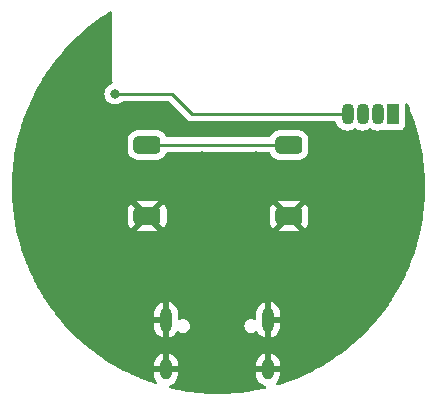
<source format=gbr>
%TF.GenerationSoftware,KiCad,Pcbnew,7.0.2*%
%TF.CreationDate,2023-11-25T23:14:47+00:00*%
%TF.ProjectId,simpleclick,73696d70-6c65-4636-9c69-636b2e6b6963,rev?*%
%TF.SameCoordinates,Original*%
%TF.FileFunction,Copper,L2,Bot*%
%TF.FilePolarity,Positive*%
%FSLAX46Y46*%
G04 Gerber Fmt 4.6, Leading zero omitted, Abs format (unit mm)*
G04 Created by KiCad (PCBNEW 7.0.2) date 2023-11-25 23:14:47*
%MOMM*%
%LPD*%
G01*
G04 APERTURE LIST*
G04 Aperture macros list*
%AMRoundRect*
0 Rectangle with rounded corners*
0 $1 Rounding radius*
0 $2 $3 $4 $5 $6 $7 $8 $9 X,Y pos of 4 corners*
0 Add a 4 corners polygon primitive as box body*
4,1,4,$2,$3,$4,$5,$6,$7,$8,$9,$2,$3,0*
0 Add four circle primitives for the rounded corners*
1,1,$1+$1,$2,$3*
1,1,$1+$1,$4,$5*
1,1,$1+$1,$6,$7*
1,1,$1+$1,$8,$9*
0 Add four rect primitives between the rounded corners*
20,1,$1+$1,$2,$3,$4,$5,0*
20,1,$1+$1,$4,$5,$6,$7,0*
20,1,$1+$1,$6,$7,$8,$9,0*
20,1,$1+$1,$8,$9,$2,$3,0*%
G04 Aperture macros list end*
%TA.AperFunction,ComponentPad*%
%ADD10O,1.000000X2.100000*%
%TD*%
%TA.AperFunction,ComponentPad*%
%ADD11O,1.000000X1.800000*%
%TD*%
%TA.AperFunction,ComponentPad*%
%ADD12R,1.070000X1.800000*%
%TD*%
%TA.AperFunction,ComponentPad*%
%ADD13O,1.070000X1.800000*%
%TD*%
%TA.AperFunction,SMDPad,CuDef*%
%ADD14RoundRect,0.381000X0.762000X0.381000X-0.762000X0.381000X-0.762000X-0.381000X0.762000X-0.381000X0*%
%TD*%
%TA.AperFunction,ViaPad*%
%ADD15C,1.200000*%
%TD*%
%TA.AperFunction,ViaPad*%
%ADD16C,0.800000*%
%TD*%
%TA.AperFunction,Conductor*%
%ADD17C,0.250000*%
%TD*%
G04 APERTURE END LIST*
D10*
%TO.P,J1,S1,SHIELD*%
%TO.N,GND*%
X115314000Y-92633000D03*
D11*
X115314000Y-96833000D03*
D10*
X123954000Y-92633000D03*
D11*
X123954000Y-96833000D03*
%TD*%
D12*
%TO.P,D1,1,RK*%
%TO.N,Net-(D1-RK)*%
X134500000Y-75200000D03*
D13*
%TO.P,D1,2,GK*%
%TO.N,Net-(D1-GK)*%
X133230000Y-75200000D03*
%TO.P,D1,3,BK*%
%TO.N,Net-(D1-BK)*%
X131960000Y-75200000D03*
%TO.P,D1,4,A*%
%TO.N,+3.3V*%
X130690000Y-75200000D03*
%TD*%
D14*
%TO.P,SW1,1,A*%
%TO.N,Net-(SW1-A)*%
X125730000Y-77820000D03*
X113730000Y-77820000D03*
%TO.P,SW1,2,B*%
%TO.N,GND*%
X125730000Y-83820000D03*
X113730000Y-83820000D03*
%TD*%
D15*
%TO.N,GND*%
X115600000Y-88000000D03*
D16*
X122936000Y-79756000D03*
X106237500Y-78200000D03*
X121920000Y-82042000D03*
X118364000Y-78740000D03*
X112800000Y-95500000D03*
X119634000Y-82042000D03*
D15*
X129032000Y-90805000D03*
D16*
X108966000Y-85852000D03*
X118364000Y-79756000D03*
D15*
X129400000Y-92700000D03*
D16*
X118364000Y-80772000D03*
X130424500Y-83400000D03*
X122936000Y-80772000D03*
X122936000Y-78740000D03*
D15*
X125600000Y-89700000D03*
D16*
X120650000Y-82042000D03*
X104648000Y-87630000D03*
%TO.N,+3.3V*%
X111000000Y-73500000D03*
%TO.N,Net-(SW1-A)*%
X125730000Y-77820000D03*
%TD*%
D17*
%TO.N,GND*%
X124596000Y-92574000D02*
X123952000Y-92574000D01*
%TO.N,+3.3V*%
X117500000Y-75200000D02*
X115800000Y-73500000D01*
X130690000Y-75200000D02*
X117500000Y-75200000D01*
X115800000Y-73500000D02*
X111000000Y-73500000D01*
%TO.N,Net-(SW1-A)*%
X113730000Y-77820000D02*
X125730000Y-77820000D01*
%TD*%
%TA.AperFunction,Conductor*%
%TO.N,GND*%
G36*
X110695509Y-66529327D02*
G01*
X110739991Y-66583208D01*
X110750000Y-66632014D01*
X110749999Y-72400000D01*
X110780272Y-72430272D01*
X110813757Y-72491595D01*
X110808773Y-72561287D01*
X110766901Y-72617220D01*
X110731903Y-72633103D01*
X110732104Y-72633554D01*
X110547269Y-72715848D01*
X110394129Y-72827110D01*
X110267466Y-72967783D01*
X110172820Y-73131715D01*
X110114326Y-73311742D01*
X110094540Y-73499999D01*
X110114326Y-73688257D01*
X110172820Y-73868284D01*
X110267466Y-74032216D01*
X110394129Y-74172889D01*
X110547269Y-74284151D01*
X110720197Y-74361144D01*
X110905352Y-74400500D01*
X111094646Y-74400500D01*
X111094648Y-74400500D01*
X111218084Y-74374262D01*
X111279803Y-74361144D01*
X111452730Y-74284151D01*
X111605871Y-74172888D01*
X111611598Y-74166527D01*
X111671084Y-74129879D01*
X111703747Y-74125500D01*
X115489548Y-74125500D01*
X115556587Y-74145185D01*
X115577229Y-74161819D01*
X116999196Y-75583787D01*
X117012096Y-75599888D01*
X117063223Y-75647900D01*
X117066020Y-75650611D01*
X117085529Y-75670120D01*
X117088709Y-75672587D01*
X117097571Y-75680155D01*
X117129418Y-75710062D01*
X117146972Y-75719712D01*
X117163236Y-75730396D01*
X117174972Y-75739499D01*
X117179064Y-75742673D01*
X117203909Y-75753424D01*
X117219152Y-75760021D01*
X117229631Y-75765154D01*
X117267908Y-75786197D01*
X117287306Y-75791177D01*
X117305708Y-75797477D01*
X117324104Y-75805438D01*
X117367261Y-75812273D01*
X117378664Y-75814634D01*
X117420981Y-75825500D01*
X117441016Y-75825500D01*
X117460413Y-75827026D01*
X117480196Y-75830160D01*
X117523674Y-75826050D01*
X117535344Y-75825500D01*
X129594963Y-75825500D01*
X129662002Y-75845185D01*
X129707757Y-75897989D01*
X129713623Y-75913504D01*
X129728693Y-75963185D01*
X129728694Y-75963186D01*
X129824848Y-76143076D01*
X129875409Y-76204685D01*
X129954247Y-76300752D01*
X130055000Y-76383436D01*
X130111924Y-76430152D01*
X130291814Y-76526306D01*
X130487007Y-76585517D01*
X130690000Y-76605510D01*
X130892993Y-76585517D01*
X131088186Y-76526306D01*
X131266549Y-76430968D01*
X131334948Y-76416727D01*
X131383451Y-76430968D01*
X131561814Y-76526306D01*
X131757007Y-76585517D01*
X131960000Y-76605510D01*
X132162993Y-76585517D01*
X132358186Y-76526306D01*
X132536548Y-76430968D01*
X132604949Y-76416727D01*
X132653450Y-76430968D01*
X132831814Y-76526306D01*
X133027007Y-76585517D01*
X133230000Y-76605510D01*
X133432993Y-76585517D01*
X133618738Y-76529171D01*
X133688602Y-76528549D01*
X133709419Y-76538853D01*
X133722666Y-76543793D01*
X133722669Y-76543796D01*
X133857517Y-76594091D01*
X133917127Y-76600500D01*
X135082872Y-76600499D01*
X135142483Y-76594091D01*
X135277331Y-76543796D01*
X135392546Y-76457546D01*
X135478796Y-76342331D01*
X135529091Y-76207483D01*
X135535500Y-76147873D01*
X135535499Y-74406753D01*
X135555184Y-74339715D01*
X135607987Y-74293960D01*
X135677146Y-74284016D01*
X135740702Y-74313041D01*
X135773339Y-74357601D01*
X135777587Y-74367437D01*
X135778340Y-74369181D01*
X135932145Y-74728349D01*
X135985225Y-74855417D01*
X135986336Y-74858170D01*
X136072901Y-75080221D01*
X136089781Y-75125105D01*
X136230677Y-75502863D01*
X136250608Y-75557850D01*
X136280697Y-75640863D01*
X136281653Y-75643603D01*
X136357478Y-75869569D01*
X136363931Y-75889593D01*
X136492281Y-76291109D01*
X136538143Y-76439489D01*
X136538986Y-76442336D01*
X136603302Y-76669600D01*
X136716286Y-77091261D01*
X136742846Y-77194500D01*
X136757009Y-77249548D01*
X136757715Y-77252434D01*
X136809783Y-77477014D01*
X136902133Y-77901539D01*
X136936797Y-78069232D01*
X136937363Y-78072146D01*
X136977554Y-78293189D01*
X136982182Y-78320704D01*
X137049324Y-78719984D01*
X137077074Y-78896573D01*
X137077500Y-78899510D01*
X137106257Y-79116263D01*
X137157489Y-79544757D01*
X137177525Y-79729696D01*
X137177809Y-79732651D01*
X137195624Y-79944399D01*
X137226353Y-80374052D01*
X137237912Y-80566604D01*
X137238054Y-80569569D01*
X137245470Y-80775630D01*
X137255711Y-81205827D01*
X137258106Y-81405515D01*
X137258106Y-81408484D01*
X137255711Y-81608175D01*
X137245470Y-82038371D01*
X137238055Y-82244430D01*
X137237912Y-82247395D01*
X137226353Y-82439950D01*
X137195624Y-82869601D01*
X137177810Y-83081348D01*
X137177526Y-83084303D01*
X137157489Y-83269245D01*
X137106257Y-83697738D01*
X137077500Y-83914490D01*
X137077075Y-83917427D01*
X137049323Y-84094018D01*
X136977559Y-84520786D01*
X136965033Y-84589672D01*
X136937365Y-84741845D01*
X136936799Y-84744758D01*
X136902132Y-84912462D01*
X136809783Y-85336987D01*
X136757716Y-85561556D01*
X136757012Y-85564438D01*
X136716295Y-85722704D01*
X136713847Y-85731843D01*
X136603301Y-86144401D01*
X136538985Y-86371663D01*
X136538143Y-86374508D01*
X136492281Y-86522889D01*
X136363945Y-86924362D01*
X136358545Y-86941122D01*
X136357478Y-86944432D01*
X136281657Y-87170382D01*
X136280679Y-87173185D01*
X136230677Y-87311136D01*
X136089771Y-87688918D01*
X136072901Y-87733779D01*
X135986343Y-87955814D01*
X135985231Y-87958567D01*
X135932145Y-88085649D01*
X135778332Y-88444837D01*
X135750802Y-88508582D01*
X135653704Y-88726198D01*
X135652462Y-88728895D01*
X135597417Y-88844714D01*
X135430319Y-89188700D01*
X135391930Y-89267040D01*
X135284491Y-89479788D01*
X135283121Y-89482422D01*
X135227323Y-89586624D01*
X135046406Y-89917951D01*
X134997104Y-90007427D01*
X134879606Y-90214748D01*
X134878111Y-90217313D01*
X134822846Y-90309596D01*
X134627530Y-90630034D01*
X134567236Y-90728029D01*
X134439907Y-90929518D01*
X134438292Y-90932007D01*
X134385048Y-91011953D01*
X134174552Y-91322960D01*
X134153018Y-91354468D01*
X134103318Y-91427186D01*
X134102561Y-91428266D01*
X133966486Y-91622323D01*
X133964754Y-91624732D01*
X133915072Y-91692090D01*
X133688527Y-91994720D01*
X133606405Y-92103308D01*
X133460348Y-92291695D01*
X133458528Y-92293986D01*
X133414063Y-92348582D01*
X133170755Y-92643260D01*
X133077652Y-92754819D01*
X132922775Y-92935936D01*
X132920819Y-92938168D01*
X132883363Y-92979902D01*
X132622387Y-93266985D01*
X132518263Y-93380239D01*
X132354877Y-93553725D01*
X132352817Y-93555860D01*
X132324423Y-93584597D01*
X132044498Y-93864524D01*
X131929538Y-93978114D01*
X131758020Y-94143569D01*
X131755860Y-94145603D01*
X131738922Y-94161176D01*
X131438467Y-94434307D01*
X131312824Y-94547075D01*
X131133557Y-94704129D01*
X131131298Y-94706060D01*
X131128663Y-94708259D01*
X130805577Y-94975022D01*
X130717693Y-95046598D01*
X130669544Y-95085812D01*
X130622550Y-95123157D01*
X130485453Y-95232105D01*
X130482621Y-95234289D01*
X130147579Y-95485099D01*
X130001166Y-95593091D01*
X129813269Y-95728234D01*
X129810373Y-95730254D01*
X129465747Y-95963505D01*
X129398258Y-96008453D01*
X129309237Y-96067743D01*
X129258898Y-96100405D01*
X129118258Y-96191657D01*
X129115307Y-96193513D01*
X128761679Y-96409062D01*
X128595353Y-96508670D01*
X128401868Y-96621411D01*
X128398871Y-96623101D01*
X128036995Y-96820701D01*
X127861148Y-96914863D01*
X127665840Y-97016449D01*
X127662806Y-97017974D01*
X127293337Y-97197452D01*
X127108300Y-97285394D01*
X126911845Y-97375889D01*
X126908783Y-97377249D01*
X126532417Y-97538420D01*
X126338578Y-97619393D01*
X126141544Y-97698937D01*
X126138463Y-97700134D01*
X125755928Y-97842814D01*
X125649685Y-97881323D01*
X125553703Y-97916113D01*
X125524739Y-97926220D01*
X125356666Y-97984868D01*
X125353574Y-97985901D01*
X124965704Y-98109890D01*
X124755998Y-98174707D01*
X124686136Y-98175695D01*
X124626829Y-98138756D01*
X124596908Y-98075617D01*
X124605872Y-98006325D01*
X124633952Y-97966361D01*
X124716672Y-97887730D01*
X124832855Y-97720805D01*
X124913059Y-97533907D01*
X124954000Y-97334688D01*
X124954000Y-97083000D01*
X124254000Y-97083000D01*
X124254000Y-96583000D01*
X124954000Y-96583000D01*
X124954000Y-96385429D01*
X124953682Y-96379164D01*
X124938580Y-96230660D01*
X124877696Y-96036610D01*
X124778996Y-95858785D01*
X124646520Y-95704468D01*
X124485692Y-95579978D01*
X124303094Y-95490410D01*
X124203999Y-95464753D01*
X124203999Y-96266888D01*
X124179543Y-96227390D01*
X124090038Y-96159799D01*
X123982160Y-96129105D01*
X123870479Y-96139454D01*
X123770078Y-96189448D01*
X123704000Y-96261930D01*
X123704000Y-95459633D01*
X123702051Y-95459932D01*
X123511336Y-95530564D01*
X123338736Y-95638145D01*
X123191330Y-95778266D01*
X123075144Y-95945194D01*
X122994940Y-96132092D01*
X122954000Y-96331311D01*
X122954000Y-96583000D01*
X123654000Y-96583000D01*
X123654000Y-97083000D01*
X122954000Y-97083000D01*
X122954000Y-97280570D01*
X122954317Y-97286835D01*
X122969419Y-97435339D01*
X123030303Y-97629389D01*
X123129003Y-97807214D01*
X123261479Y-97961531D01*
X123422307Y-98086021D01*
X123604900Y-98175586D01*
X123728191Y-98207509D01*
X123788156Y-98243369D01*
X123819215Y-98305956D01*
X123811506Y-98375399D01*
X123767478Y-98429651D01*
X123723468Y-98448717D01*
X123351238Y-98529690D01*
X123126538Y-98576139D01*
X122933114Y-98613710D01*
X122930039Y-98614267D01*
X122530633Y-98681431D01*
X122299494Y-98717755D01*
X122108382Y-98745445D01*
X122105328Y-98745849D01*
X121703687Y-98793871D01*
X121466613Y-98819556D01*
X121278334Y-98837672D01*
X121275310Y-98837925D01*
X120872213Y-98866756D01*
X120629812Y-98881307D01*
X120522563Y-98886455D01*
X120444873Y-98890184D01*
X120441897Y-98890291D01*
X120038152Y-98899902D01*
X119791003Y-98902866D01*
X119609816Y-98902866D01*
X119606871Y-98902831D01*
X119203364Y-98893225D01*
X118998987Y-98885870D01*
X118952144Y-98884185D01*
X118864559Y-98879980D01*
X118775192Y-98875691D01*
X118772297Y-98875518D01*
X118369845Y-98846734D01*
X118199171Y-98832375D01*
X118115126Y-98825304D01*
X118073301Y-98821279D01*
X117942782Y-98808720D01*
X117939945Y-98808414D01*
X117539355Y-98760518D01*
X117281896Y-98726361D01*
X117114575Y-98702116D01*
X117111800Y-98701682D01*
X116713893Y-98634771D01*
X116486008Y-98593336D01*
X116454384Y-98587586D01*
X116292444Y-98556130D01*
X116289737Y-98555572D01*
X115895371Y-98469783D01*
X115804508Y-98448717D01*
X115657791Y-98414700D01*
X115596937Y-98380383D01*
X115564293Y-98318608D01*
X115570229Y-98248991D01*
X115612861Y-98193634D01*
X115642743Y-98177627D01*
X115756663Y-98135436D01*
X115929263Y-98027854D01*
X116076669Y-97887733D01*
X116192855Y-97720805D01*
X116273059Y-97533907D01*
X116314000Y-97334688D01*
X116314000Y-97083000D01*
X115614000Y-97083000D01*
X115614000Y-96583000D01*
X116314000Y-96583000D01*
X116314000Y-96385429D01*
X116313682Y-96379164D01*
X116298580Y-96230660D01*
X116237696Y-96036610D01*
X116138996Y-95858785D01*
X116006520Y-95704468D01*
X115845692Y-95579978D01*
X115663094Y-95490410D01*
X115564000Y-95464753D01*
X115564000Y-96266889D01*
X115539543Y-96227390D01*
X115450038Y-96159799D01*
X115342160Y-96129105D01*
X115230479Y-96139454D01*
X115130078Y-96189448D01*
X115064000Y-96261930D01*
X115064000Y-95459633D01*
X115062051Y-95459932D01*
X114871336Y-95530564D01*
X114698736Y-95638145D01*
X114551330Y-95778266D01*
X114435144Y-95945194D01*
X114354940Y-96132092D01*
X114314000Y-96331311D01*
X114314000Y-96583000D01*
X115014000Y-96583000D01*
X115014000Y-97083000D01*
X114314000Y-97083000D01*
X114314000Y-97280570D01*
X114314317Y-97286835D01*
X114329419Y-97435339D01*
X114390303Y-97629389D01*
X114489003Y-97807214D01*
X114536492Y-97862532D01*
X114565224Y-97926220D01*
X114554962Y-97995332D01*
X114508964Y-98047925D01*
X114441835Y-98067301D01*
X114404650Y-98061414D01*
X114286415Y-98023619D01*
X114024962Y-97935887D01*
X113881036Y-97885663D01*
X113878565Y-97884771D01*
X113499666Y-97743450D01*
X113239082Y-97641864D01*
X113101622Y-97586369D01*
X113099237Y-97585377D01*
X112727179Y-97426052D01*
X112522412Y-97334688D01*
X112468202Y-97310500D01*
X112337428Y-97250259D01*
X112335169Y-97249190D01*
X111970681Y-97072132D01*
X111714095Y-96942557D01*
X111590191Y-96878108D01*
X111587992Y-96876936D01*
X111231905Y-96682498D01*
X110978505Y-96538887D01*
X110860551Y-96470156D01*
X110512462Y-96257984D01*
X110263101Y-96100405D01*
X110152318Y-96028524D01*
X109814187Y-95799669D01*
X109569551Y-95628132D01*
X109465957Y-95553622D01*
X109138511Y-95308499D01*
X108899444Y-95123152D01*
X108803110Y-95046598D01*
X108487034Y-94785624D01*
X108254323Y-94586629D01*
X108209174Y-94547074D01*
X108165189Y-94508538D01*
X107861255Y-94232244D01*
X107635647Y-94019772D01*
X107592193Y-93977854D01*
X107553687Y-93940709D01*
X107262576Y-93649597D01*
X107255095Y-93641843D01*
X107044888Y-93423935D01*
X107025541Y-93403392D01*
X106970032Y-93344450D01*
X106866508Y-93230570D01*
X114314000Y-93230570D01*
X114314317Y-93236835D01*
X114329419Y-93385339D01*
X114390303Y-93579389D01*
X114489003Y-93757214D01*
X114621479Y-93911531D01*
X114782307Y-94036021D01*
X114964902Y-94125587D01*
X115064000Y-94151244D01*
X115064000Y-93349110D01*
X115088457Y-93388610D01*
X115177962Y-93456201D01*
X115285840Y-93486895D01*
X115397521Y-93476546D01*
X115497922Y-93426552D01*
X115563999Y-93354069D01*
X115564000Y-94156366D01*
X115565947Y-94156068D01*
X115756663Y-94085436D01*
X115929263Y-93977854D01*
X116076669Y-93837733D01*
X116192853Y-93670808D01*
X116199463Y-93655405D01*
X116243988Y-93601560D01*
X116310556Y-93580334D01*
X116378031Y-93598467D01*
X116388903Y-93605926D01*
X116453767Y-93655698D01*
X116593764Y-93713687D01*
X116706280Y-93728500D01*
X116777667Y-93728500D01*
X116781720Y-93728500D01*
X116894236Y-93713687D01*
X117034233Y-93655698D01*
X117154451Y-93563451D01*
X117246698Y-93443233D01*
X117304687Y-93303236D01*
X117324466Y-93153000D01*
X117324466Y-93152999D01*
X121943533Y-93152999D01*
X121963312Y-93303235D01*
X121980384Y-93344450D01*
X122021302Y-93443233D01*
X122113549Y-93563451D01*
X122233767Y-93655698D01*
X122373764Y-93713687D01*
X122486280Y-93728500D01*
X122557667Y-93728500D01*
X122561720Y-93728500D01*
X122674236Y-93713687D01*
X122814233Y-93655698D01*
X122881365Y-93604185D01*
X122946530Y-93578992D01*
X123014975Y-93593030D01*
X123064966Y-93641843D01*
X123065268Y-93642385D01*
X123129003Y-93757214D01*
X123261479Y-93911531D01*
X123422307Y-94036021D01*
X123604902Y-94125587D01*
X123704000Y-94151244D01*
X123704000Y-93349110D01*
X123728457Y-93388610D01*
X123817962Y-93456201D01*
X123925840Y-93486895D01*
X124037521Y-93476546D01*
X124137922Y-93426552D01*
X124204000Y-93354069D01*
X124204000Y-94156365D01*
X124205947Y-94156068D01*
X124396663Y-94085436D01*
X124569263Y-93977854D01*
X124716669Y-93837733D01*
X124832855Y-93670805D01*
X124913059Y-93483907D01*
X124953999Y-93284688D01*
X124954000Y-92883000D01*
X124254000Y-92883000D01*
X124254000Y-92383000D01*
X124954000Y-92383000D01*
X124954000Y-92035429D01*
X124953682Y-92029164D01*
X124938580Y-91880660D01*
X124877696Y-91686610D01*
X124778996Y-91508785D01*
X124646520Y-91354468D01*
X124485692Y-91229978D01*
X124303094Y-91140410D01*
X124204000Y-91114753D01*
X124204000Y-91916889D01*
X124179543Y-91877390D01*
X124090038Y-91809799D01*
X123982160Y-91779105D01*
X123870479Y-91789454D01*
X123770078Y-91839448D01*
X123704000Y-91911930D01*
X123704000Y-91109633D01*
X123702051Y-91109932D01*
X123511336Y-91180564D01*
X123338736Y-91288145D01*
X123191330Y-91428266D01*
X123075144Y-91595194D01*
X122994940Y-91782092D01*
X122954000Y-91981311D01*
X122954000Y-92522616D01*
X122934315Y-92589655D01*
X122881511Y-92635410D01*
X122812353Y-92645354D01*
X122782547Y-92637177D01*
X122725074Y-92613371D01*
X122674236Y-92592313D01*
X122615356Y-92584561D01*
X122565739Y-92578029D01*
X122565737Y-92578028D01*
X122561720Y-92577500D01*
X122557667Y-92577500D01*
X122490333Y-92577500D01*
X122486280Y-92577500D01*
X122482263Y-92578028D01*
X122482260Y-92578029D01*
X122373764Y-92592313D01*
X122233768Y-92650301D01*
X122113549Y-92742549D01*
X122021301Y-92862768D01*
X121963312Y-93002764D01*
X121943533Y-93152999D01*
X117324466Y-93152999D01*
X117309460Y-93039022D01*
X117304687Y-93002764D01*
X117277006Y-92935936D01*
X117246698Y-92862767D01*
X117154451Y-92742549D01*
X117034233Y-92650302D01*
X117020578Y-92644646D01*
X116945074Y-92613371D01*
X116894236Y-92592313D01*
X116835356Y-92584561D01*
X116785739Y-92578029D01*
X116785737Y-92578028D01*
X116781720Y-92577500D01*
X116777667Y-92577500D01*
X116710333Y-92577500D01*
X116706280Y-92577500D01*
X116702263Y-92578028D01*
X116702260Y-92578029D01*
X116593764Y-92592313D01*
X116485453Y-92637177D01*
X116415983Y-92644646D01*
X116353504Y-92613371D01*
X116317852Y-92553282D01*
X116314000Y-92522616D01*
X116314000Y-92035429D01*
X116313682Y-92029164D01*
X116298580Y-91880660D01*
X116237696Y-91686610D01*
X116138996Y-91508785D01*
X116006520Y-91354468D01*
X115845692Y-91229978D01*
X115663094Y-91140410D01*
X115564000Y-91114753D01*
X115564000Y-91916889D01*
X115539543Y-91877390D01*
X115450038Y-91809799D01*
X115342160Y-91779105D01*
X115230479Y-91789454D01*
X115130078Y-91839448D01*
X115063998Y-91911931D01*
X115063999Y-91109633D01*
X115062051Y-91109932D01*
X114871336Y-91180564D01*
X114698736Y-91288145D01*
X114551330Y-91428266D01*
X114435144Y-91595194D01*
X114354940Y-91782092D01*
X114314000Y-91981311D01*
X114314000Y-92383000D01*
X115014000Y-92383000D01*
X115014000Y-92883000D01*
X114314000Y-92883000D01*
X114314000Y-93230570D01*
X106866508Y-93230570D01*
X106692379Y-93039022D01*
X106640584Y-92979902D01*
X106483359Y-92800440D01*
X106415502Y-92721086D01*
X106151960Y-92401899D01*
X105952365Y-92150734D01*
X105891342Y-92072024D01*
X105642580Y-91739717D01*
X105476484Y-91508785D01*
X105453142Y-91476331D01*
X105398758Y-91398772D01*
X105368772Y-91354468D01*
X105304606Y-91259662D01*
X105165373Y-91053944D01*
X104986823Y-90778761D01*
X104938893Y-90702915D01*
X104894470Y-90630034D01*
X104721424Y-90346134D01*
X104554488Y-90059644D01*
X104524895Y-90007427D01*
X104512756Y-89986007D01*
X104312397Y-89619078D01*
X104311222Y-89616875D01*
X104295487Y-89586624D01*
X104157125Y-89320615D01*
X104121285Y-89249647D01*
X103937900Y-88872132D01*
X103936830Y-88869868D01*
X103870649Y-88726198D01*
X103795653Y-88563390D01*
X103771198Y-88508580D01*
X103765383Y-88495546D01*
X103716264Y-88380845D01*
X103599474Y-88108115D01*
X103598580Y-88105965D01*
X103470901Y-87789703D01*
X103445875Y-87725508D01*
X103298011Y-87329069D01*
X103297117Y-87326593D01*
X103243096Y-87171786D01*
X103183619Y-87001341D01*
X103163412Y-86941122D01*
X103033966Y-86536178D01*
X103033247Y-86533844D01*
X102934461Y-86200099D01*
X102918698Y-86144400D01*
X102808147Y-85731820D01*
X102807478Y-85729206D01*
X102805897Y-85722741D01*
X102724009Y-85387847D01*
X102712199Y-85336909D01*
X102655077Y-85074323D01*
X112829228Y-85074323D01*
X112848360Y-85079081D01*
X112889305Y-85081858D01*
X112893490Y-85081999D01*
X114566506Y-85081999D01*
X114570703Y-85081856D01*
X114611635Y-85079082D01*
X114630769Y-85074323D01*
X124829228Y-85074323D01*
X124848360Y-85079081D01*
X124889305Y-85081858D01*
X124893490Y-85081999D01*
X126566506Y-85081999D01*
X126570703Y-85081856D01*
X126611635Y-85079082D01*
X126630769Y-85074323D01*
X126630769Y-85074322D01*
X125730000Y-84173553D01*
X124829228Y-85074322D01*
X124829228Y-85074323D01*
X114630769Y-85074323D01*
X114630769Y-85074322D01*
X113730000Y-84173553D01*
X112829228Y-85074322D01*
X112829228Y-85074323D01*
X102655077Y-85074323D01*
X102620945Y-84917418D01*
X102620425Y-84914895D01*
X102552740Y-84566433D01*
X102544443Y-84520799D01*
X102542056Y-84506602D01*
X102503195Y-84275506D01*
X112087000Y-84275506D01*
X112087143Y-84279703D01*
X112089917Y-84320633D01*
X112136165Y-84506602D01*
X112221308Y-84678277D01*
X112341365Y-84827634D01*
X112356580Y-84839864D01*
X113376447Y-83820000D01*
X113376447Y-83819999D01*
X114083553Y-83819999D01*
X115103417Y-84839864D01*
X115118635Y-84827631D01*
X115238691Y-84678277D01*
X115323834Y-84506602D01*
X115370082Y-84320635D01*
X115372858Y-84279699D01*
X115372999Y-84275509D01*
X115372999Y-84275506D01*
X124087000Y-84275506D01*
X124087143Y-84279703D01*
X124089917Y-84320633D01*
X124136165Y-84506602D01*
X124221308Y-84678277D01*
X124341365Y-84827634D01*
X124356580Y-84839864D01*
X125376447Y-83820000D01*
X126083553Y-83820000D01*
X127103417Y-84839864D01*
X127118635Y-84827631D01*
X127238691Y-84678277D01*
X127323834Y-84506602D01*
X127370082Y-84320635D01*
X127372858Y-84279699D01*
X127372999Y-84275509D01*
X127372999Y-83364493D01*
X127372856Y-83360296D01*
X127370082Y-83319366D01*
X127323834Y-83133397D01*
X127238691Y-82961722D01*
X127118634Y-82812366D01*
X127103418Y-82800134D01*
X126083553Y-83819999D01*
X126083553Y-83820000D01*
X125376447Y-83820000D01*
X125376447Y-83819999D01*
X124356581Y-82800133D01*
X124341364Y-82812367D01*
X124221308Y-82961722D01*
X124136165Y-83133397D01*
X124089917Y-83319364D01*
X124087141Y-83360300D01*
X124087000Y-83364490D01*
X124087000Y-84275506D01*
X115372999Y-84275506D01*
X115372999Y-83364493D01*
X115372856Y-83360296D01*
X115370082Y-83319366D01*
X115323834Y-83133397D01*
X115238691Y-82961722D01*
X115118634Y-82812366D01*
X115103418Y-82800134D01*
X114083553Y-83819999D01*
X113376447Y-83819999D01*
X112356581Y-82800133D01*
X112341364Y-82812367D01*
X112221308Y-82961722D01*
X112136165Y-83133397D01*
X112089917Y-83319364D01*
X112087141Y-83360300D01*
X112087000Y-83364490D01*
X112087000Y-84275506D01*
X102503195Y-84275506D01*
X102472789Y-84094688D01*
X102472498Y-84092831D01*
X102421051Y-83737753D01*
X102415743Y-83697742D01*
X102364507Y-83269219D01*
X102363680Y-83261584D01*
X102329244Y-82903706D01*
X102326379Y-82869659D01*
X102304638Y-82565676D01*
X112829229Y-82565676D01*
X113729998Y-83466447D01*
X113729999Y-83466447D01*
X114630770Y-82565676D01*
X124829229Y-82565676D01*
X125729998Y-83466447D01*
X125729999Y-83466447D01*
X126630770Y-82565676D01*
X126630769Y-82565675D01*
X126611637Y-82560917D01*
X126570699Y-82558141D01*
X126566509Y-82558000D01*
X124893493Y-82558000D01*
X124889298Y-82558143D01*
X124848366Y-82560917D01*
X124829229Y-82565676D01*
X114630770Y-82565676D01*
X114630769Y-82565675D01*
X114611637Y-82560917D01*
X114570699Y-82558141D01*
X114566509Y-82558000D01*
X112893493Y-82558000D01*
X112889298Y-82558143D01*
X112848366Y-82560917D01*
X112829229Y-82565676D01*
X102304638Y-82565676D01*
X102295644Y-82439928D01*
X102295232Y-82433052D01*
X102294767Y-82425284D01*
X102286156Y-82245897D01*
X102277532Y-82066225D01*
X102276528Y-82038316D01*
X102266288Y-81608147D01*
X102266032Y-81586776D01*
X102266032Y-81227224D01*
X102266289Y-81205827D01*
X102276529Y-80775634D01*
X102276530Y-80775630D01*
X102277532Y-80747775D01*
X102294771Y-80388635D01*
X102295647Y-80374026D01*
X102326381Y-79944305D01*
X102329244Y-79910294D01*
X102363682Y-79552395D01*
X102364505Y-79544794D01*
X102415748Y-79116215D01*
X102420222Y-79082499D01*
X102421056Y-79076213D01*
X102472491Y-78721220D01*
X102472793Y-78719287D01*
X102544458Y-78293110D01*
X102547645Y-78275584D01*
X112086500Y-78275584D01*
X112086501Y-78277656D01*
X112086642Y-78279748D01*
X112086643Y-78279753D01*
X112089418Y-78320701D01*
X112135693Y-78506776D01*
X112220884Y-78678548D01*
X112341009Y-78827990D01*
X112490451Y-78948115D01*
X112490452Y-78948115D01*
X112490453Y-78948116D01*
X112662225Y-79033307D01*
X112848296Y-79079581D01*
X112891343Y-79082500D01*
X114568656Y-79082499D01*
X114611704Y-79079581D01*
X114797775Y-79033307D01*
X114969547Y-78948116D01*
X115118990Y-78827990D01*
X115239116Y-78678547D01*
X115320522Y-78514405D01*
X115367944Y-78463093D01*
X115431611Y-78445500D01*
X124028389Y-78445500D01*
X124095428Y-78465185D01*
X124139477Y-78514405D01*
X124220884Y-78678548D01*
X124341009Y-78827990D01*
X124490451Y-78948115D01*
X124490452Y-78948115D01*
X124490453Y-78948116D01*
X124662225Y-79033307D01*
X124848296Y-79079581D01*
X124891343Y-79082500D01*
X126568656Y-79082499D01*
X126611704Y-79079581D01*
X126797775Y-79033307D01*
X126969547Y-78948116D01*
X127118990Y-78827990D01*
X127239116Y-78678547D01*
X127324307Y-78506775D01*
X127370581Y-78320704D01*
X127373500Y-78277657D01*
X127373499Y-77362344D01*
X127370581Y-77319296D01*
X127324307Y-77133225D01*
X127239116Y-76961453D01*
X127239115Y-76961452D01*
X127239115Y-76961451D01*
X127118990Y-76812009D01*
X126969548Y-76691884D01*
X126797775Y-76606693D01*
X126611702Y-76560418D01*
X126570750Y-76557641D01*
X126570722Y-76557640D01*
X126568657Y-76557500D01*
X126566559Y-76557500D01*
X124893444Y-76557500D01*
X124893414Y-76557500D01*
X124891344Y-76557501D01*
X124889252Y-76557642D01*
X124889246Y-76557643D01*
X124848298Y-76560418D01*
X124662223Y-76606693D01*
X124490451Y-76691884D01*
X124341009Y-76812009D01*
X124220884Y-76961451D01*
X124139477Y-77125595D01*
X124092056Y-77176907D01*
X124028389Y-77194500D01*
X115431611Y-77194500D01*
X115364572Y-77174815D01*
X115320523Y-77125595D01*
X115239115Y-76961451D01*
X115118990Y-76812009D01*
X114969548Y-76691884D01*
X114797775Y-76606693D01*
X114611702Y-76560418D01*
X114570750Y-76557641D01*
X114570722Y-76557640D01*
X114568657Y-76557500D01*
X114566559Y-76557500D01*
X112893444Y-76557500D01*
X112893414Y-76557500D01*
X112891344Y-76557501D01*
X112889252Y-76557642D01*
X112889246Y-76557643D01*
X112848298Y-76560418D01*
X112662223Y-76606693D01*
X112490451Y-76691884D01*
X112341009Y-76812009D01*
X112220884Y-76961451D01*
X112135693Y-77133224D01*
X112089418Y-77319297D01*
X112086641Y-77360249D01*
X112086640Y-77360278D01*
X112086500Y-77362343D01*
X112086500Y-77364439D01*
X112086500Y-77364440D01*
X112086500Y-78275555D01*
X112086500Y-78275584D01*
X102547645Y-78275584D01*
X102552740Y-78247567D01*
X102620429Y-77899086D01*
X102620937Y-77896615D01*
X102712210Y-77477041D01*
X102724009Y-77426153D01*
X102807511Y-77084657D01*
X102808129Y-77082247D01*
X102918699Y-76669594D01*
X102934468Y-76613876D01*
X103033263Y-76280102D01*
X103033941Y-76277898D01*
X103163435Y-75872806D01*
X103182955Y-75814638D01*
X103183628Y-75812634D01*
X103219421Y-75710061D01*
X103297172Y-75487249D01*
X103297955Y-75485079D01*
X103445870Y-75088504D01*
X103470901Y-75024297D01*
X103598607Y-74707968D01*
X103599464Y-74705908D01*
X103765393Y-74318427D01*
X103795663Y-74250588D01*
X103936913Y-73943952D01*
X103937882Y-73941904D01*
X104121277Y-73564369D01*
X104130069Y-73546961D01*
X104157125Y-73493385D01*
X104311278Y-73197017D01*
X104312321Y-73195061D01*
X104512774Y-72827958D01*
X104513254Y-72827113D01*
X104554488Y-72754356D01*
X104721395Y-72467911D01*
X104938926Y-72111031D01*
X104986828Y-72035231D01*
X105086237Y-71882021D01*
X105165378Y-71760048D01*
X105193106Y-71719078D01*
X105398798Y-71415169D01*
X105453142Y-71337669D01*
X105642571Y-71074293D01*
X105891371Y-70741936D01*
X105952370Y-70663260D01*
X106151941Y-70412122D01*
X106415555Y-70092849D01*
X106483359Y-70013560D01*
X106692371Y-69774986D01*
X106970046Y-69469532D01*
X107044888Y-69390065D01*
X107262552Y-69164425D01*
X107553715Y-68873262D01*
X107635653Y-68794222D01*
X107861262Y-68581749D01*
X107879014Y-68565610D01*
X108165240Y-68305414D01*
X108254323Y-68227371D01*
X108487002Y-68028402D01*
X108803150Y-67767368D01*
X108899450Y-67690843D01*
X109138475Y-67505527D01*
X109465991Y-67260351D01*
X109569557Y-67185864D01*
X109814130Y-67014367D01*
X110152333Y-66785465D01*
X110263126Y-66713579D01*
X110275841Y-66705543D01*
X110512435Y-66556031D01*
X110561513Y-66526116D01*
X110628958Y-66508049D01*
X110695509Y-66529327D01*
G37*
%TD.AperFunction*%
%TD*%
M02*

</source>
